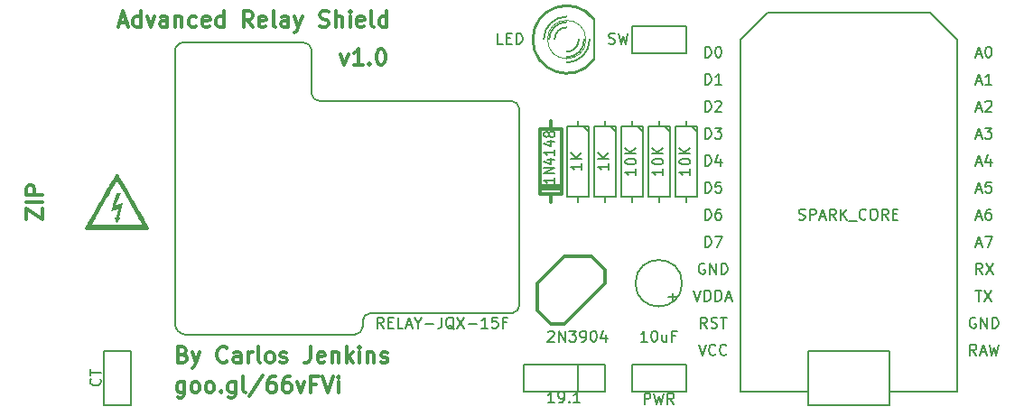
<source format=gto>
G04 (created by PCBNEW (2013-07-07 BZR 4022)-stable) date Tue 03 Sep 2013 18:57:52 CST*
%MOIN*%
G04 Gerber Fmt 3.4, Leading zero omitted, Abs format*
%FSLAX34Y34*%
G01*
G70*
G90*
G04 APERTURE LIST*
%ADD10C,0.006*%
%ADD11C,0.011811*%
%ADD12C,0.012*%
%ADD13C,0.008*%
%ADD14C,0.0001*%
%ADD15C,0.003*%
%ADD16C,0.01*%
%ADD17C,0.0075*%
G04 APERTURE END LIST*
G54D10*
G54D11*
X42830Y-42129D02*
X42914Y-42157D01*
X42942Y-42185D01*
X42970Y-42242D01*
X42970Y-42326D01*
X42942Y-42382D01*
X42914Y-42410D01*
X42858Y-42439D01*
X42633Y-42439D01*
X42633Y-41848D01*
X42830Y-41848D01*
X42886Y-41876D01*
X42914Y-41904D01*
X42942Y-41960D01*
X42942Y-42017D01*
X42914Y-42073D01*
X42886Y-42101D01*
X42830Y-42129D01*
X42633Y-42129D01*
X43167Y-42045D02*
X43308Y-42439D01*
X43448Y-42045D02*
X43308Y-42439D01*
X43251Y-42579D01*
X43223Y-42607D01*
X43167Y-42635D01*
X44461Y-42382D02*
X44433Y-42410D01*
X44348Y-42439D01*
X44292Y-42439D01*
X44208Y-42410D01*
X44151Y-42354D01*
X44123Y-42298D01*
X44095Y-42185D01*
X44095Y-42101D01*
X44123Y-41989D01*
X44151Y-41932D01*
X44208Y-41876D01*
X44292Y-41848D01*
X44348Y-41848D01*
X44433Y-41876D01*
X44461Y-41904D01*
X44967Y-42439D02*
X44967Y-42129D01*
X44939Y-42073D01*
X44883Y-42045D01*
X44770Y-42045D01*
X44714Y-42073D01*
X44967Y-42410D02*
X44911Y-42439D01*
X44770Y-42439D01*
X44714Y-42410D01*
X44686Y-42354D01*
X44686Y-42298D01*
X44714Y-42242D01*
X44770Y-42214D01*
X44911Y-42214D01*
X44967Y-42185D01*
X45248Y-42439D02*
X45248Y-42045D01*
X45248Y-42157D02*
X45276Y-42101D01*
X45304Y-42073D01*
X45361Y-42045D01*
X45417Y-42045D01*
X45698Y-42439D02*
X45642Y-42410D01*
X45614Y-42354D01*
X45614Y-41848D01*
X46007Y-42439D02*
X45951Y-42410D01*
X45923Y-42382D01*
X45895Y-42326D01*
X45895Y-42157D01*
X45923Y-42101D01*
X45951Y-42073D01*
X46007Y-42045D01*
X46092Y-42045D01*
X46148Y-42073D01*
X46176Y-42101D01*
X46204Y-42157D01*
X46204Y-42326D01*
X46176Y-42382D01*
X46148Y-42410D01*
X46092Y-42439D01*
X46007Y-42439D01*
X46429Y-42410D02*
X46485Y-42439D01*
X46598Y-42439D01*
X46654Y-42410D01*
X46682Y-42354D01*
X46682Y-42326D01*
X46654Y-42270D01*
X46598Y-42242D01*
X46514Y-42242D01*
X46457Y-42214D01*
X46429Y-42157D01*
X46429Y-42129D01*
X46457Y-42073D01*
X46514Y-42045D01*
X46598Y-42045D01*
X46654Y-42073D01*
X47554Y-41848D02*
X47554Y-42270D01*
X47526Y-42354D01*
X47470Y-42410D01*
X47385Y-42439D01*
X47329Y-42439D01*
X48060Y-42410D02*
X48004Y-42439D01*
X47892Y-42439D01*
X47835Y-42410D01*
X47807Y-42354D01*
X47807Y-42129D01*
X47835Y-42073D01*
X47892Y-42045D01*
X48004Y-42045D01*
X48060Y-42073D01*
X48088Y-42129D01*
X48088Y-42185D01*
X47807Y-42242D01*
X48341Y-42045D02*
X48341Y-42439D01*
X48341Y-42101D02*
X48370Y-42073D01*
X48426Y-42045D01*
X48510Y-42045D01*
X48566Y-42073D01*
X48595Y-42129D01*
X48595Y-42439D01*
X48876Y-42439D02*
X48876Y-41848D01*
X48932Y-42214D02*
X49101Y-42439D01*
X49101Y-42045D02*
X48876Y-42270D01*
X49354Y-42439D02*
X49354Y-42045D01*
X49354Y-41848D02*
X49326Y-41876D01*
X49354Y-41904D01*
X49382Y-41876D01*
X49354Y-41848D01*
X49354Y-41904D01*
X49635Y-42045D02*
X49635Y-42439D01*
X49635Y-42101D02*
X49663Y-42073D01*
X49719Y-42045D01*
X49804Y-42045D01*
X49860Y-42073D01*
X49888Y-42129D01*
X49888Y-42439D01*
X50141Y-42410D02*
X50197Y-42439D01*
X50310Y-42439D01*
X50366Y-42410D01*
X50394Y-42354D01*
X50394Y-42326D01*
X50366Y-42270D01*
X50310Y-42242D01*
X50226Y-42242D01*
X50169Y-42214D01*
X50141Y-42157D01*
X50141Y-42129D01*
X50169Y-42073D01*
X50226Y-42045D01*
X50310Y-42045D01*
X50366Y-42073D01*
X42886Y-43145D02*
X42886Y-43623D01*
X42858Y-43679D01*
X42830Y-43707D01*
X42773Y-43735D01*
X42689Y-43735D01*
X42633Y-43707D01*
X42886Y-43510D02*
X42830Y-43539D01*
X42717Y-43539D01*
X42661Y-43510D01*
X42633Y-43482D01*
X42605Y-43426D01*
X42605Y-43257D01*
X42633Y-43201D01*
X42661Y-43173D01*
X42717Y-43145D01*
X42830Y-43145D01*
X42886Y-43173D01*
X43251Y-43539D02*
X43195Y-43510D01*
X43167Y-43482D01*
X43139Y-43426D01*
X43139Y-43257D01*
X43167Y-43201D01*
X43195Y-43173D01*
X43251Y-43145D01*
X43336Y-43145D01*
X43392Y-43173D01*
X43420Y-43201D01*
X43448Y-43257D01*
X43448Y-43426D01*
X43420Y-43482D01*
X43392Y-43510D01*
X43336Y-43539D01*
X43251Y-43539D01*
X43786Y-43539D02*
X43729Y-43510D01*
X43701Y-43482D01*
X43673Y-43426D01*
X43673Y-43257D01*
X43701Y-43201D01*
X43729Y-43173D01*
X43786Y-43145D01*
X43870Y-43145D01*
X43926Y-43173D01*
X43954Y-43201D01*
X43983Y-43257D01*
X43983Y-43426D01*
X43954Y-43482D01*
X43926Y-43510D01*
X43870Y-43539D01*
X43786Y-43539D01*
X44236Y-43482D02*
X44264Y-43510D01*
X44236Y-43539D01*
X44207Y-43510D01*
X44236Y-43482D01*
X44236Y-43539D01*
X44770Y-43145D02*
X44770Y-43623D01*
X44742Y-43679D01*
X44714Y-43707D01*
X44657Y-43735D01*
X44573Y-43735D01*
X44517Y-43707D01*
X44770Y-43510D02*
X44714Y-43539D01*
X44601Y-43539D01*
X44545Y-43510D01*
X44517Y-43482D01*
X44489Y-43426D01*
X44489Y-43257D01*
X44517Y-43201D01*
X44545Y-43173D01*
X44601Y-43145D01*
X44714Y-43145D01*
X44770Y-43173D01*
X45135Y-43539D02*
X45079Y-43510D01*
X45051Y-43454D01*
X45051Y-42948D01*
X45782Y-42920D02*
X45276Y-43679D01*
X46232Y-42948D02*
X46120Y-42948D01*
X46064Y-42976D01*
X46035Y-43004D01*
X45979Y-43089D01*
X45951Y-43201D01*
X45951Y-43426D01*
X45979Y-43482D01*
X46007Y-43510D01*
X46064Y-43539D01*
X46176Y-43539D01*
X46232Y-43510D01*
X46260Y-43482D01*
X46288Y-43426D01*
X46288Y-43285D01*
X46260Y-43229D01*
X46232Y-43201D01*
X46176Y-43173D01*
X46064Y-43173D01*
X46007Y-43201D01*
X45979Y-43229D01*
X45951Y-43285D01*
X46795Y-42948D02*
X46682Y-42948D01*
X46626Y-42976D01*
X46598Y-43004D01*
X46542Y-43089D01*
X46513Y-43201D01*
X46513Y-43426D01*
X46542Y-43482D01*
X46570Y-43510D01*
X46626Y-43539D01*
X46738Y-43539D01*
X46795Y-43510D01*
X46823Y-43482D01*
X46851Y-43426D01*
X46851Y-43285D01*
X46823Y-43229D01*
X46795Y-43201D01*
X46738Y-43173D01*
X46626Y-43173D01*
X46570Y-43201D01*
X46542Y-43229D01*
X46513Y-43285D01*
X47048Y-43145D02*
X47188Y-43539D01*
X47329Y-43145D01*
X47751Y-43229D02*
X47554Y-43229D01*
X47554Y-43539D02*
X47554Y-42948D01*
X47835Y-42948D01*
X47976Y-42948D02*
X48173Y-43539D01*
X48369Y-42948D01*
X48566Y-43539D02*
X48566Y-43145D01*
X48566Y-42948D02*
X48538Y-42976D01*
X48566Y-43004D01*
X48594Y-42976D01*
X48566Y-42948D01*
X48566Y-43004D01*
X48656Y-31045D02*
X48796Y-31439D01*
X48937Y-31045D01*
X49471Y-31439D02*
X49134Y-31439D01*
X49303Y-31439D02*
X49303Y-30848D01*
X49246Y-30932D01*
X49190Y-30989D01*
X49134Y-31017D01*
X49724Y-31382D02*
X49753Y-31410D01*
X49724Y-31439D01*
X49696Y-31410D01*
X49724Y-31382D01*
X49724Y-31439D01*
X50118Y-30848D02*
X50174Y-30848D01*
X50231Y-30876D01*
X50259Y-30904D01*
X50287Y-30960D01*
X50315Y-31073D01*
X50315Y-31214D01*
X50287Y-31326D01*
X50259Y-31382D01*
X50231Y-31410D01*
X50174Y-31439D01*
X50118Y-31439D01*
X50062Y-31410D01*
X50034Y-31382D01*
X50006Y-31326D01*
X49978Y-31214D01*
X49978Y-31073D01*
X50006Y-30960D01*
X50034Y-30904D01*
X50062Y-30876D01*
X50118Y-30848D01*
X40488Y-29870D02*
X40769Y-29870D01*
X40432Y-30039D02*
X40629Y-29448D01*
X40826Y-30039D01*
X41276Y-30039D02*
X41276Y-29448D01*
X41276Y-30010D02*
X41219Y-30039D01*
X41107Y-30039D01*
X41051Y-30010D01*
X41023Y-29982D01*
X40994Y-29926D01*
X40994Y-29757D01*
X41023Y-29701D01*
X41051Y-29673D01*
X41107Y-29645D01*
X41219Y-29645D01*
X41276Y-29673D01*
X41501Y-29645D02*
X41641Y-30039D01*
X41782Y-29645D01*
X42260Y-30039D02*
X42260Y-29729D01*
X42232Y-29673D01*
X42176Y-29645D01*
X42063Y-29645D01*
X42007Y-29673D01*
X42260Y-30010D02*
X42204Y-30039D01*
X42063Y-30039D01*
X42007Y-30010D01*
X41979Y-29954D01*
X41979Y-29898D01*
X42007Y-29842D01*
X42063Y-29814D01*
X42204Y-29814D01*
X42260Y-29785D01*
X42541Y-29645D02*
X42541Y-30039D01*
X42541Y-29701D02*
X42569Y-29673D01*
X42625Y-29645D01*
X42710Y-29645D01*
X42766Y-29673D01*
X42794Y-29729D01*
X42794Y-30039D01*
X43329Y-30010D02*
X43272Y-30039D01*
X43160Y-30039D01*
X43104Y-30010D01*
X43075Y-29982D01*
X43047Y-29926D01*
X43047Y-29757D01*
X43075Y-29701D01*
X43104Y-29673D01*
X43160Y-29645D01*
X43272Y-29645D01*
X43329Y-29673D01*
X43807Y-30010D02*
X43750Y-30039D01*
X43638Y-30039D01*
X43582Y-30010D01*
X43553Y-29954D01*
X43553Y-29729D01*
X43582Y-29673D01*
X43638Y-29645D01*
X43750Y-29645D01*
X43807Y-29673D01*
X43835Y-29729D01*
X43835Y-29785D01*
X43553Y-29842D01*
X44341Y-30039D02*
X44341Y-29448D01*
X44341Y-30010D02*
X44285Y-30039D01*
X44172Y-30039D01*
X44116Y-30010D01*
X44088Y-29982D01*
X44060Y-29926D01*
X44060Y-29757D01*
X44088Y-29701D01*
X44116Y-29673D01*
X44172Y-29645D01*
X44285Y-29645D01*
X44341Y-29673D01*
X45410Y-30039D02*
X45213Y-29757D01*
X45072Y-30039D02*
X45072Y-29448D01*
X45297Y-29448D01*
X45353Y-29476D01*
X45381Y-29504D01*
X45410Y-29560D01*
X45410Y-29645D01*
X45381Y-29701D01*
X45353Y-29729D01*
X45297Y-29757D01*
X45072Y-29757D01*
X45888Y-30010D02*
X45831Y-30039D01*
X45719Y-30039D01*
X45663Y-30010D01*
X45634Y-29954D01*
X45634Y-29729D01*
X45663Y-29673D01*
X45719Y-29645D01*
X45831Y-29645D01*
X45888Y-29673D01*
X45916Y-29729D01*
X45916Y-29785D01*
X45634Y-29842D01*
X46253Y-30039D02*
X46197Y-30010D01*
X46169Y-29954D01*
X46169Y-29448D01*
X46731Y-30039D02*
X46731Y-29729D01*
X46703Y-29673D01*
X46647Y-29645D01*
X46534Y-29645D01*
X46478Y-29673D01*
X46731Y-30010D02*
X46675Y-30039D01*
X46534Y-30039D01*
X46478Y-30010D01*
X46450Y-29954D01*
X46450Y-29898D01*
X46478Y-29842D01*
X46534Y-29814D01*
X46675Y-29814D01*
X46731Y-29785D01*
X46956Y-29645D02*
X47097Y-30039D01*
X47237Y-29645D02*
X47097Y-30039D01*
X47041Y-30179D01*
X47012Y-30207D01*
X46956Y-30235D01*
X47884Y-30010D02*
X47969Y-30039D01*
X48109Y-30039D01*
X48165Y-30010D01*
X48194Y-29982D01*
X48222Y-29926D01*
X48222Y-29870D01*
X48194Y-29814D01*
X48165Y-29785D01*
X48109Y-29757D01*
X47997Y-29729D01*
X47940Y-29701D01*
X47912Y-29673D01*
X47884Y-29617D01*
X47884Y-29560D01*
X47912Y-29504D01*
X47940Y-29476D01*
X47997Y-29448D01*
X48137Y-29448D01*
X48222Y-29476D01*
X48475Y-30039D02*
X48475Y-29448D01*
X48728Y-30039D02*
X48728Y-29729D01*
X48700Y-29673D01*
X48643Y-29645D01*
X48559Y-29645D01*
X48503Y-29673D01*
X48475Y-29701D01*
X49009Y-30039D02*
X49009Y-29645D01*
X49009Y-29448D02*
X48981Y-29476D01*
X49009Y-29504D01*
X49037Y-29476D01*
X49009Y-29448D01*
X49009Y-29504D01*
X49515Y-30010D02*
X49459Y-30039D01*
X49347Y-30039D01*
X49290Y-30010D01*
X49262Y-29954D01*
X49262Y-29729D01*
X49290Y-29673D01*
X49347Y-29645D01*
X49459Y-29645D01*
X49515Y-29673D01*
X49543Y-29729D01*
X49543Y-29785D01*
X49262Y-29842D01*
X49881Y-30039D02*
X49825Y-30010D01*
X49796Y-29954D01*
X49796Y-29448D01*
X50359Y-30039D02*
X50359Y-29448D01*
X50359Y-30010D02*
X50303Y-30039D01*
X50190Y-30039D01*
X50134Y-30010D01*
X50106Y-29982D01*
X50078Y-29926D01*
X50078Y-29757D01*
X50106Y-29701D01*
X50134Y-29673D01*
X50190Y-29645D01*
X50303Y-29645D01*
X50359Y-29673D01*
G54D12*
X37042Y-37142D02*
X37042Y-36742D01*
X37642Y-37142D01*
X37642Y-36742D01*
X37642Y-36514D02*
X37042Y-36514D01*
X37642Y-36228D02*
X37042Y-36228D01*
X37042Y-35999D01*
X37071Y-35942D01*
X37100Y-35914D01*
X37157Y-35885D01*
X37242Y-35885D01*
X37300Y-35914D01*
X37328Y-35942D01*
X37357Y-35999D01*
X37357Y-36228D01*
G54D13*
X68900Y-43500D02*
X71400Y-43500D01*
X63400Y-43500D02*
X65900Y-43500D01*
X68900Y-42000D02*
X65900Y-42000D01*
X65900Y-42000D02*
X65900Y-44000D01*
X65900Y-44000D02*
X68900Y-44000D01*
X68900Y-44000D02*
X68900Y-42000D01*
X71400Y-30500D02*
X70400Y-29500D01*
X70400Y-29500D02*
X64400Y-29500D01*
X64400Y-29500D02*
X63400Y-30500D01*
X71400Y-43500D02*
X71400Y-30500D01*
X63400Y-43500D02*
X63400Y-30500D01*
G54D14*
G36*
X41581Y-37468D02*
X41575Y-37491D01*
X41572Y-37498D01*
X41562Y-37511D01*
X41550Y-37522D01*
X41541Y-37526D01*
X41540Y-37527D01*
X41537Y-37527D01*
X41534Y-37528D01*
X41529Y-37528D01*
X41522Y-37529D01*
X41514Y-37529D01*
X41504Y-37529D01*
X41491Y-37530D01*
X41476Y-37530D01*
X41458Y-37530D01*
X41437Y-37531D01*
X41413Y-37531D01*
X41385Y-37531D01*
X41354Y-37531D01*
X41339Y-37531D01*
X41339Y-37349D01*
X41334Y-37340D01*
X41331Y-37334D01*
X41324Y-37321D01*
X41314Y-37303D01*
X41301Y-37281D01*
X41285Y-37253D01*
X41267Y-37221D01*
X41246Y-37184D01*
X41223Y-37144D01*
X41198Y-37100D01*
X41172Y-37053D01*
X41143Y-37003D01*
X41113Y-36951D01*
X41082Y-36896D01*
X41050Y-36839D01*
X41017Y-36780D01*
X40983Y-36720D01*
X40948Y-36660D01*
X40913Y-36598D01*
X40878Y-36536D01*
X40842Y-36475D01*
X40807Y-36413D01*
X40772Y-36352D01*
X40738Y-36291D01*
X40704Y-36232D01*
X40671Y-36174D01*
X40639Y-36118D01*
X40609Y-36064D01*
X40579Y-36013D01*
X40552Y-35964D01*
X40526Y-35919D01*
X40502Y-35876D01*
X40480Y-35838D01*
X40460Y-35803D01*
X40443Y-35773D01*
X40428Y-35748D01*
X40416Y-35727D01*
X40407Y-35712D01*
X40402Y-35702D01*
X40400Y-35698D01*
X40399Y-35701D01*
X40393Y-35710D01*
X40385Y-35725D01*
X40374Y-35745D01*
X40359Y-35770D01*
X40342Y-35799D01*
X40323Y-35833D01*
X40301Y-35871D01*
X40277Y-35913D01*
X40251Y-35959D01*
X40224Y-36007D01*
X40195Y-36058D01*
X40164Y-36111D01*
X40132Y-36167D01*
X40099Y-36225D01*
X40066Y-36284D01*
X40031Y-36344D01*
X39996Y-36406D01*
X39961Y-36468D01*
X39926Y-36529D01*
X39890Y-36591D01*
X39855Y-36653D01*
X39820Y-36714D01*
X39786Y-36774D01*
X39753Y-36833D01*
X39720Y-36890D01*
X39689Y-36945D01*
X39659Y-36998D01*
X39630Y-37049D01*
X39603Y-37096D01*
X39578Y-37141D01*
X39554Y-37182D01*
X39533Y-37219D01*
X39515Y-37252D01*
X39499Y-37280D01*
X39485Y-37304D01*
X39475Y-37323D01*
X39467Y-37336D01*
X39463Y-37344D01*
X39462Y-37345D01*
X39465Y-37346D01*
X39476Y-37346D01*
X39493Y-37346D01*
X39517Y-37346D01*
X39547Y-37347D01*
X39584Y-37347D01*
X39627Y-37347D01*
X39675Y-37348D01*
X39729Y-37348D01*
X39789Y-37348D01*
X39854Y-37348D01*
X39924Y-37348D01*
X39999Y-37348D01*
X40078Y-37348D01*
X40162Y-37349D01*
X40251Y-37349D01*
X40343Y-37349D01*
X40400Y-37349D01*
X41339Y-37349D01*
X41339Y-37531D01*
X41319Y-37531D01*
X41280Y-37531D01*
X41236Y-37532D01*
X41187Y-37532D01*
X41134Y-37532D01*
X41076Y-37532D01*
X41012Y-37532D01*
X40943Y-37532D01*
X40868Y-37532D01*
X40787Y-37532D01*
X40699Y-37532D01*
X40606Y-37532D01*
X40505Y-37532D01*
X40400Y-37532D01*
X40292Y-37532D01*
X40192Y-37532D01*
X40098Y-37532D01*
X40010Y-37532D01*
X39929Y-37532D01*
X39854Y-37532D01*
X39785Y-37532D01*
X39721Y-37532D01*
X39663Y-37531D01*
X39609Y-37531D01*
X39561Y-37531D01*
X39517Y-37531D01*
X39478Y-37531D01*
X39443Y-37531D01*
X39411Y-37531D01*
X39384Y-37531D01*
X39360Y-37530D01*
X39339Y-37530D01*
X39321Y-37530D01*
X39306Y-37529D01*
X39294Y-37529D01*
X39283Y-37529D01*
X39275Y-37528D01*
X39269Y-37528D01*
X39264Y-37527D01*
X39261Y-37527D01*
X39259Y-37526D01*
X39258Y-37526D01*
X39240Y-37513D01*
X39227Y-37495D01*
X39220Y-37475D01*
X39219Y-37453D01*
X39221Y-37447D01*
X39223Y-37442D01*
X39228Y-37432D01*
X39237Y-37416D01*
X39249Y-37395D01*
X39263Y-37369D01*
X39281Y-37338D01*
X39301Y-37302D01*
X39324Y-37263D01*
X39349Y-37219D01*
X39376Y-37172D01*
X39405Y-37121D01*
X39435Y-37067D01*
X39468Y-37011D01*
X39501Y-36952D01*
X39536Y-36891D01*
X39572Y-36829D01*
X39609Y-36764D01*
X39647Y-36699D01*
X39686Y-36632D01*
X39724Y-36565D01*
X39763Y-36498D01*
X39802Y-36430D01*
X39841Y-36362D01*
X39880Y-36295D01*
X39919Y-36228D01*
X39957Y-36163D01*
X39994Y-36099D01*
X40030Y-36036D01*
X40065Y-35975D01*
X40099Y-35917D01*
X40131Y-35861D01*
X40162Y-35808D01*
X40191Y-35757D01*
X40218Y-35711D01*
X40243Y-35668D01*
X40266Y-35628D01*
X40287Y-35593D01*
X40305Y-35563D01*
X40320Y-35537D01*
X40332Y-35517D01*
X40341Y-35502D01*
X40347Y-35492D01*
X40349Y-35489D01*
X40366Y-35476D01*
X40386Y-35469D01*
X40400Y-35468D01*
X40422Y-35471D01*
X40441Y-35480D01*
X40451Y-35489D01*
X40454Y-35493D01*
X40460Y-35503D01*
X40469Y-35519D01*
X40482Y-35540D01*
X40497Y-35566D01*
X40516Y-35597D01*
X40536Y-35633D01*
X40559Y-35673D01*
X40585Y-35716D01*
X40612Y-35763D01*
X40641Y-35814D01*
X40673Y-35867D01*
X40705Y-35924D01*
X40739Y-35983D01*
X40774Y-36043D01*
X40811Y-36106D01*
X40848Y-36171D01*
X40886Y-36236D01*
X40924Y-36303D01*
X40963Y-36370D01*
X41002Y-36438D01*
X41041Y-36505D01*
X41080Y-36573D01*
X41119Y-36640D01*
X41157Y-36707D01*
X41195Y-36772D01*
X41232Y-36836D01*
X41268Y-36899D01*
X41303Y-36960D01*
X41336Y-37018D01*
X41368Y-37074D01*
X41399Y-37127D01*
X41428Y-37178D01*
X41454Y-37224D01*
X41479Y-37267D01*
X41501Y-37307D01*
X41521Y-37342D01*
X41538Y-37372D01*
X41553Y-37398D01*
X41564Y-37418D01*
X41573Y-37434D01*
X41578Y-37443D01*
X41579Y-37447D01*
X41581Y-37468D01*
X41581Y-37468D01*
X41581Y-37468D01*
G37*
G36*
X40618Y-36529D02*
X40617Y-36534D01*
X40615Y-36544D01*
X40611Y-36560D01*
X40605Y-36582D01*
X40598Y-36608D01*
X40590Y-36639D01*
X40581Y-36673D01*
X40571Y-36711D01*
X40561Y-36751D01*
X40549Y-36793D01*
X40547Y-36800D01*
X40476Y-37066D01*
X40502Y-37067D01*
X40515Y-37068D01*
X40525Y-37070D01*
X40529Y-37071D01*
X40529Y-37072D01*
X40527Y-37075D01*
X40522Y-37084D01*
X40513Y-37097D01*
X40503Y-37113D01*
X40490Y-37132D01*
X40477Y-37153D01*
X40462Y-37175D01*
X40448Y-37197D01*
X40434Y-37218D01*
X40421Y-37238D01*
X40409Y-37255D01*
X40400Y-37270D01*
X40393Y-37280D01*
X40390Y-37285D01*
X40389Y-37285D01*
X40386Y-37285D01*
X40383Y-37279D01*
X40382Y-37278D01*
X40379Y-37269D01*
X40374Y-37256D01*
X40368Y-37238D01*
X40361Y-37218D01*
X40353Y-37195D01*
X40345Y-37172D01*
X40337Y-37149D01*
X40330Y-37127D01*
X40323Y-37106D01*
X40317Y-37089D01*
X40313Y-37077D01*
X40311Y-37069D01*
X40311Y-37068D01*
X40314Y-37066D01*
X40323Y-37065D01*
X40335Y-37064D01*
X40339Y-37064D01*
X40367Y-37064D01*
X40410Y-36909D01*
X40419Y-36876D01*
X40428Y-36846D01*
X40436Y-36819D01*
X40443Y-36794D01*
X40448Y-36775D01*
X40453Y-36760D01*
X40455Y-36750D01*
X40456Y-36747D01*
X40454Y-36746D01*
X40448Y-36748D01*
X40437Y-36751D01*
X40421Y-36757D01*
X40400Y-36766D01*
X40372Y-36777D01*
X40338Y-36790D01*
X40323Y-36797D01*
X40293Y-36809D01*
X40265Y-36820D01*
X40241Y-36830D01*
X40219Y-36838D01*
X40202Y-36844D01*
X40190Y-36849D01*
X40184Y-36851D01*
X40183Y-36851D01*
X40183Y-36848D01*
X40185Y-36838D01*
X40189Y-36821D01*
X40195Y-36800D01*
X40202Y-36773D01*
X40211Y-36741D01*
X40221Y-36704D01*
X40232Y-36664D01*
X40244Y-36620D01*
X40257Y-36573D01*
X40271Y-36523D01*
X40273Y-36518D01*
X40366Y-36186D01*
X40451Y-36185D01*
X40536Y-36184D01*
X40525Y-36208D01*
X40522Y-36216D01*
X40516Y-36229D01*
X40508Y-36248D01*
X40498Y-36272D01*
X40486Y-36299D01*
X40472Y-36330D01*
X40458Y-36363D01*
X40442Y-36399D01*
X40427Y-36434D01*
X40411Y-36470D01*
X40398Y-36503D01*
X40384Y-36534D01*
X40372Y-36562D01*
X40362Y-36586D01*
X40353Y-36606D01*
X40347Y-36622D01*
X40343Y-36632D01*
X40341Y-36636D01*
X40345Y-36635D01*
X40354Y-36631D01*
X40369Y-36625D01*
X40388Y-36618D01*
X40410Y-36609D01*
X40436Y-36598D01*
X40465Y-36587D01*
X40479Y-36581D01*
X40514Y-36567D01*
X40544Y-36555D01*
X40570Y-36545D01*
X40591Y-36537D01*
X40606Y-36532D01*
X40615Y-36530D01*
X40618Y-36529D01*
X40618Y-36529D01*
X40618Y-36529D01*
G37*
G54D13*
X42542Y-41000D02*
X42542Y-31000D01*
X42900Y-30607D02*
X47286Y-30607D01*
X49175Y-41393D02*
X42900Y-41393D01*
X49470Y-41118D02*
X49470Y-40881D01*
X47582Y-32497D02*
X47582Y-30882D01*
X49766Y-40606D02*
X55002Y-40606D01*
X47877Y-32772D02*
X54962Y-32772D01*
X55258Y-40330D02*
X55258Y-33048D01*
X42542Y-40999D02*
G75*
G03X42899Y-41392I400J4D01*
G74*
G01*
X42900Y-30606D02*
G75*
G03X42541Y-30999I-31J-331D01*
G74*
G01*
X49174Y-41392D02*
G75*
G03X49470Y-41117I13J281D01*
G74*
G01*
X49766Y-40605D02*
G75*
G03X49470Y-40880I6J-304D01*
G74*
G01*
X55002Y-40605D02*
G75*
G03X55258Y-40329I-56J308D01*
G74*
G01*
X55257Y-33046D02*
G75*
G03X54961Y-32771I-302J-29D01*
G74*
G01*
X47581Y-32497D02*
G75*
G03X47877Y-32772I302J29D01*
G74*
G01*
X47581Y-30881D02*
G75*
G03X47285Y-30606I-302J-29D01*
G74*
G01*
G54D10*
X58400Y-42500D02*
X58400Y-43500D01*
X58400Y-43500D02*
X55400Y-43500D01*
X55400Y-43500D02*
X55400Y-42500D01*
X55400Y-42500D02*
X58400Y-42500D01*
X57400Y-43500D02*
X57400Y-42500D01*
G54D13*
X61260Y-39500D02*
G75*
G03X61260Y-39500I-860J0D01*
G74*
G01*
G54D10*
X59400Y-31000D02*
X59400Y-30000D01*
X59400Y-30000D02*
X61400Y-30000D01*
X61400Y-30000D02*
X61400Y-31000D01*
X61400Y-31000D02*
X59400Y-31000D01*
G54D12*
X56400Y-36500D02*
X56400Y-36200D01*
X56400Y-36200D02*
X56800Y-36200D01*
X56800Y-36200D02*
X56800Y-33800D01*
X56800Y-33800D02*
X56400Y-33800D01*
X56400Y-33800D02*
X56400Y-33500D01*
X56400Y-33800D02*
X56000Y-33800D01*
X56000Y-33800D02*
X56000Y-36200D01*
X56000Y-36200D02*
X56400Y-36200D01*
X56800Y-36000D02*
X56000Y-36000D01*
X56000Y-35900D02*
X56800Y-35900D01*
X56900Y-41000D02*
X58400Y-39500D01*
X58400Y-39500D02*
X58400Y-39000D01*
X58400Y-39000D02*
X57900Y-38500D01*
X57900Y-38500D02*
X56900Y-38500D01*
X56900Y-38500D02*
X55900Y-39500D01*
X55900Y-39500D02*
X55900Y-40500D01*
X55900Y-40500D02*
X56400Y-41000D01*
X56400Y-41000D02*
X56900Y-41000D01*
G54D13*
X58020Y-31250D02*
X58020Y-29750D01*
G54D15*
X57707Y-30500D02*
G75*
G03X57707Y-30500I-707J0D01*
G74*
G01*
G54D16*
X57999Y-29749D02*
G75*
G03X57999Y-31250I-999J-750D01*
G74*
G01*
G54D10*
X57000Y-30050D02*
G75*
G03X56550Y-30500I0J-450D01*
G74*
G01*
X57000Y-30950D02*
G75*
G03X57450Y-30500I0J450D01*
G74*
G01*
X57000Y-29850D02*
G75*
G03X56350Y-30500I0J-650D01*
G74*
G01*
X57000Y-31150D02*
G75*
G03X57650Y-30500I0J650D01*
G74*
G01*
X57000Y-29650D02*
G75*
G03X56150Y-30500I0J-850D01*
G74*
G01*
X57000Y-31350D02*
G75*
G03X57850Y-30500I0J850D01*
G74*
G01*
X40900Y-44000D02*
X39900Y-44000D01*
X39900Y-44000D02*
X39900Y-42000D01*
X39900Y-42000D02*
X40900Y-42000D01*
X40900Y-42000D02*
X40900Y-44000D01*
X59400Y-43500D02*
X59400Y-42500D01*
X59400Y-42500D02*
X61400Y-42500D01*
X61400Y-42500D02*
X61400Y-43500D01*
X61400Y-43500D02*
X59400Y-43500D01*
G54D13*
X60400Y-33500D02*
X60400Y-33700D01*
X60400Y-36500D02*
X60400Y-36300D01*
X60400Y-36300D02*
X60800Y-36300D01*
X60800Y-36300D02*
X60800Y-33700D01*
X60800Y-33700D02*
X60000Y-33700D01*
X60000Y-33700D02*
X60000Y-36300D01*
X60000Y-36300D02*
X60400Y-36300D01*
X60600Y-33700D02*
X60800Y-33900D01*
X61400Y-33500D02*
X61400Y-33700D01*
X61400Y-36500D02*
X61400Y-36300D01*
X61400Y-36300D02*
X61800Y-36300D01*
X61800Y-36300D02*
X61800Y-33700D01*
X61800Y-33700D02*
X61000Y-33700D01*
X61000Y-33700D02*
X61000Y-36300D01*
X61000Y-36300D02*
X61400Y-36300D01*
X61600Y-33700D02*
X61800Y-33900D01*
X59400Y-33500D02*
X59400Y-33700D01*
X59400Y-36500D02*
X59400Y-36300D01*
X59400Y-36300D02*
X59800Y-36300D01*
X59800Y-36300D02*
X59800Y-33700D01*
X59800Y-33700D02*
X59000Y-33700D01*
X59000Y-33700D02*
X59000Y-36300D01*
X59000Y-36300D02*
X59400Y-36300D01*
X59600Y-33700D02*
X59800Y-33900D01*
X58400Y-33500D02*
X58400Y-33700D01*
X58400Y-36500D02*
X58400Y-36300D01*
X58400Y-36300D02*
X58800Y-36300D01*
X58800Y-36300D02*
X58800Y-33700D01*
X58800Y-33700D02*
X58000Y-33700D01*
X58000Y-33700D02*
X58000Y-36300D01*
X58000Y-36300D02*
X58400Y-36300D01*
X58600Y-33700D02*
X58800Y-33900D01*
X57400Y-33500D02*
X57400Y-33700D01*
X57400Y-36500D02*
X57400Y-36300D01*
X57400Y-36300D02*
X57800Y-36300D01*
X57800Y-36300D02*
X57800Y-33700D01*
X57800Y-33700D02*
X57000Y-33700D01*
X57000Y-33700D02*
X57000Y-36300D01*
X57000Y-36300D02*
X57400Y-36300D01*
X57600Y-33700D02*
X57800Y-33900D01*
X65571Y-37142D02*
X65628Y-37161D01*
X65723Y-37161D01*
X65761Y-37142D01*
X65780Y-37123D01*
X65800Y-37085D01*
X65800Y-37047D01*
X65780Y-37009D01*
X65761Y-36990D01*
X65723Y-36971D01*
X65647Y-36952D01*
X65609Y-36933D01*
X65590Y-36914D01*
X65571Y-36876D01*
X65571Y-36838D01*
X65590Y-36800D01*
X65609Y-36780D01*
X65647Y-36761D01*
X65742Y-36761D01*
X65800Y-36780D01*
X65971Y-37161D02*
X65971Y-36761D01*
X66123Y-36761D01*
X66161Y-36780D01*
X66180Y-36800D01*
X66200Y-36838D01*
X66200Y-36895D01*
X66180Y-36933D01*
X66161Y-36952D01*
X66123Y-36971D01*
X65971Y-36971D01*
X66352Y-37047D02*
X66542Y-37047D01*
X66314Y-37161D02*
X66447Y-36761D01*
X66580Y-37161D01*
X66942Y-37161D02*
X66809Y-36971D01*
X66714Y-37161D02*
X66714Y-36761D01*
X66866Y-36761D01*
X66904Y-36780D01*
X66923Y-36800D01*
X66942Y-36838D01*
X66942Y-36895D01*
X66923Y-36933D01*
X66904Y-36952D01*
X66866Y-36971D01*
X66714Y-36971D01*
X67114Y-37161D02*
X67114Y-36761D01*
X67342Y-37161D02*
X67171Y-36933D01*
X67342Y-36761D02*
X67114Y-36990D01*
X67419Y-37200D02*
X67723Y-37200D01*
X68047Y-37123D02*
X68028Y-37142D01*
X67971Y-37161D01*
X67933Y-37161D01*
X67876Y-37142D01*
X67838Y-37104D01*
X67819Y-37066D01*
X67800Y-36990D01*
X67800Y-36933D01*
X67819Y-36857D01*
X67838Y-36819D01*
X67876Y-36780D01*
X67933Y-36761D01*
X67971Y-36761D01*
X68028Y-36780D01*
X68047Y-36800D01*
X68295Y-36761D02*
X68371Y-36761D01*
X68409Y-36780D01*
X68447Y-36819D01*
X68466Y-36895D01*
X68466Y-37028D01*
X68447Y-37104D01*
X68409Y-37142D01*
X68371Y-37161D01*
X68295Y-37161D01*
X68257Y-37142D01*
X68219Y-37104D01*
X68200Y-37028D01*
X68200Y-36895D01*
X68219Y-36819D01*
X68257Y-36780D01*
X68295Y-36761D01*
X68866Y-37161D02*
X68733Y-36971D01*
X68638Y-37161D02*
X68638Y-36761D01*
X68790Y-36761D01*
X68828Y-36780D01*
X68847Y-36800D01*
X68866Y-36838D01*
X68866Y-36895D01*
X68847Y-36933D01*
X68828Y-36952D01*
X68790Y-36971D01*
X68638Y-36971D01*
X69038Y-36952D02*
X69171Y-36952D01*
X69228Y-37161D02*
X69038Y-37161D01*
X69038Y-36761D01*
X69228Y-36761D01*
X62104Y-31161D02*
X62104Y-30761D01*
X62200Y-30761D01*
X62257Y-30780D01*
X62295Y-30819D01*
X62314Y-30857D01*
X62333Y-30933D01*
X62333Y-30990D01*
X62314Y-31066D01*
X62295Y-31104D01*
X62257Y-31142D01*
X62200Y-31161D01*
X62104Y-31161D01*
X62580Y-30761D02*
X62619Y-30761D01*
X62657Y-30780D01*
X62676Y-30800D01*
X62695Y-30838D01*
X62714Y-30914D01*
X62714Y-31009D01*
X62695Y-31085D01*
X62676Y-31123D01*
X62657Y-31142D01*
X62619Y-31161D01*
X62580Y-31161D01*
X62542Y-31142D01*
X62523Y-31123D01*
X62504Y-31085D01*
X62485Y-31009D01*
X62485Y-30914D01*
X62504Y-30838D01*
X62523Y-30800D01*
X62542Y-30780D01*
X62580Y-30761D01*
X62104Y-32161D02*
X62104Y-31761D01*
X62200Y-31761D01*
X62257Y-31780D01*
X62295Y-31819D01*
X62314Y-31857D01*
X62333Y-31933D01*
X62333Y-31990D01*
X62314Y-32066D01*
X62295Y-32104D01*
X62257Y-32142D01*
X62200Y-32161D01*
X62104Y-32161D01*
X62714Y-32161D02*
X62485Y-32161D01*
X62600Y-32161D02*
X62600Y-31761D01*
X62561Y-31819D01*
X62523Y-31857D01*
X62485Y-31876D01*
X62104Y-33161D02*
X62104Y-32761D01*
X62200Y-32761D01*
X62257Y-32780D01*
X62295Y-32819D01*
X62314Y-32857D01*
X62333Y-32933D01*
X62333Y-32990D01*
X62314Y-33066D01*
X62295Y-33104D01*
X62257Y-33142D01*
X62200Y-33161D01*
X62104Y-33161D01*
X62485Y-32800D02*
X62504Y-32780D01*
X62542Y-32761D01*
X62638Y-32761D01*
X62676Y-32780D01*
X62695Y-32800D01*
X62714Y-32838D01*
X62714Y-32876D01*
X62695Y-32933D01*
X62466Y-33161D01*
X62714Y-33161D01*
X62104Y-34161D02*
X62104Y-33761D01*
X62200Y-33761D01*
X62257Y-33780D01*
X62295Y-33819D01*
X62314Y-33857D01*
X62333Y-33933D01*
X62333Y-33990D01*
X62314Y-34066D01*
X62295Y-34104D01*
X62257Y-34142D01*
X62200Y-34161D01*
X62104Y-34161D01*
X62466Y-33761D02*
X62714Y-33761D01*
X62580Y-33914D01*
X62638Y-33914D01*
X62676Y-33933D01*
X62695Y-33952D01*
X62714Y-33990D01*
X62714Y-34085D01*
X62695Y-34123D01*
X62676Y-34142D01*
X62638Y-34161D01*
X62523Y-34161D01*
X62485Y-34142D01*
X62466Y-34123D01*
X62104Y-35161D02*
X62104Y-34761D01*
X62200Y-34761D01*
X62257Y-34780D01*
X62295Y-34819D01*
X62314Y-34857D01*
X62333Y-34933D01*
X62333Y-34990D01*
X62314Y-35066D01*
X62295Y-35104D01*
X62257Y-35142D01*
X62200Y-35161D01*
X62104Y-35161D01*
X62676Y-34895D02*
X62676Y-35161D01*
X62580Y-34742D02*
X62485Y-35028D01*
X62733Y-35028D01*
X62104Y-36161D02*
X62104Y-35761D01*
X62200Y-35761D01*
X62257Y-35780D01*
X62295Y-35819D01*
X62314Y-35857D01*
X62333Y-35933D01*
X62333Y-35990D01*
X62314Y-36066D01*
X62295Y-36104D01*
X62257Y-36142D01*
X62200Y-36161D01*
X62104Y-36161D01*
X62695Y-35761D02*
X62504Y-35761D01*
X62485Y-35952D01*
X62504Y-35933D01*
X62542Y-35914D01*
X62638Y-35914D01*
X62676Y-35933D01*
X62695Y-35952D01*
X62714Y-35990D01*
X62714Y-36085D01*
X62695Y-36123D01*
X62676Y-36142D01*
X62638Y-36161D01*
X62542Y-36161D01*
X62504Y-36142D01*
X62485Y-36123D01*
X62104Y-37161D02*
X62104Y-36761D01*
X62200Y-36761D01*
X62257Y-36780D01*
X62295Y-36819D01*
X62314Y-36857D01*
X62333Y-36933D01*
X62333Y-36990D01*
X62314Y-37066D01*
X62295Y-37104D01*
X62257Y-37142D01*
X62200Y-37161D01*
X62104Y-37161D01*
X62676Y-36761D02*
X62600Y-36761D01*
X62561Y-36780D01*
X62542Y-36800D01*
X62504Y-36857D01*
X62485Y-36933D01*
X62485Y-37085D01*
X62504Y-37123D01*
X62523Y-37142D01*
X62561Y-37161D01*
X62638Y-37161D01*
X62676Y-37142D01*
X62695Y-37123D01*
X62714Y-37085D01*
X62714Y-36990D01*
X62695Y-36952D01*
X62676Y-36933D01*
X62638Y-36914D01*
X62561Y-36914D01*
X62523Y-36933D01*
X62504Y-36952D01*
X62485Y-36990D01*
X62104Y-38161D02*
X62104Y-37761D01*
X62200Y-37761D01*
X62257Y-37780D01*
X62295Y-37819D01*
X62314Y-37857D01*
X62333Y-37933D01*
X62333Y-37990D01*
X62314Y-38066D01*
X62295Y-38104D01*
X62257Y-38142D01*
X62200Y-38161D01*
X62104Y-38161D01*
X62466Y-37761D02*
X62733Y-37761D01*
X62561Y-38161D01*
X62095Y-38780D02*
X62057Y-38761D01*
X62000Y-38761D01*
X61942Y-38780D01*
X61904Y-38819D01*
X61885Y-38857D01*
X61866Y-38933D01*
X61866Y-38990D01*
X61885Y-39066D01*
X61904Y-39104D01*
X61942Y-39142D01*
X62000Y-39161D01*
X62038Y-39161D01*
X62095Y-39142D01*
X62114Y-39123D01*
X62114Y-38990D01*
X62038Y-38990D01*
X62285Y-39161D02*
X62285Y-38761D01*
X62514Y-39161D01*
X62514Y-38761D01*
X62704Y-39161D02*
X62704Y-38761D01*
X62800Y-38761D01*
X62857Y-38780D01*
X62895Y-38819D01*
X62914Y-38857D01*
X62933Y-38933D01*
X62933Y-38990D01*
X62914Y-39066D01*
X62895Y-39104D01*
X62857Y-39142D01*
X62800Y-39161D01*
X62704Y-39161D01*
X61695Y-39761D02*
X61828Y-40161D01*
X61961Y-39761D01*
X62095Y-40161D02*
X62095Y-39761D01*
X62190Y-39761D01*
X62247Y-39780D01*
X62285Y-39819D01*
X62304Y-39857D01*
X62323Y-39933D01*
X62323Y-39990D01*
X62304Y-40066D01*
X62285Y-40104D01*
X62247Y-40142D01*
X62190Y-40161D01*
X62095Y-40161D01*
X62495Y-40161D02*
X62495Y-39761D01*
X62590Y-39761D01*
X62647Y-39780D01*
X62685Y-39819D01*
X62704Y-39857D01*
X62723Y-39933D01*
X62723Y-39990D01*
X62704Y-40066D01*
X62685Y-40104D01*
X62647Y-40142D01*
X62590Y-40161D01*
X62495Y-40161D01*
X62876Y-40047D02*
X63066Y-40047D01*
X62838Y-40161D02*
X62971Y-39761D01*
X63104Y-40161D01*
X62180Y-41161D02*
X62047Y-40971D01*
X61952Y-41161D02*
X61952Y-40761D01*
X62104Y-40761D01*
X62142Y-40780D01*
X62161Y-40800D01*
X62180Y-40838D01*
X62180Y-40895D01*
X62161Y-40933D01*
X62142Y-40952D01*
X62104Y-40971D01*
X61952Y-40971D01*
X62333Y-41142D02*
X62390Y-41161D01*
X62485Y-41161D01*
X62523Y-41142D01*
X62542Y-41123D01*
X62561Y-41085D01*
X62561Y-41047D01*
X62542Y-41009D01*
X62523Y-40990D01*
X62485Y-40971D01*
X62409Y-40952D01*
X62371Y-40933D01*
X62352Y-40914D01*
X62333Y-40876D01*
X62333Y-40838D01*
X62352Y-40800D01*
X62371Y-40780D01*
X62409Y-40761D01*
X62504Y-40761D01*
X62561Y-40780D01*
X62676Y-40761D02*
X62904Y-40761D01*
X62790Y-41161D02*
X62790Y-40761D01*
X61866Y-41761D02*
X62000Y-42161D01*
X62133Y-41761D01*
X62495Y-42123D02*
X62476Y-42142D01*
X62419Y-42161D01*
X62380Y-42161D01*
X62323Y-42142D01*
X62285Y-42104D01*
X62266Y-42066D01*
X62247Y-41990D01*
X62247Y-41933D01*
X62266Y-41857D01*
X62285Y-41819D01*
X62323Y-41780D01*
X62380Y-41761D01*
X62419Y-41761D01*
X62476Y-41780D01*
X62495Y-41800D01*
X62895Y-42123D02*
X62876Y-42142D01*
X62819Y-42161D01*
X62780Y-42161D01*
X62723Y-42142D01*
X62685Y-42104D01*
X62666Y-42066D01*
X62647Y-41990D01*
X62647Y-41933D01*
X62666Y-41857D01*
X62685Y-41819D01*
X62723Y-41780D01*
X62780Y-41761D01*
X62819Y-41761D01*
X62876Y-41780D01*
X62895Y-41800D01*
X72114Y-31047D02*
X72304Y-31047D01*
X72076Y-31161D02*
X72209Y-30761D01*
X72342Y-31161D01*
X72552Y-30761D02*
X72590Y-30761D01*
X72628Y-30780D01*
X72647Y-30800D01*
X72666Y-30838D01*
X72685Y-30914D01*
X72685Y-31009D01*
X72666Y-31085D01*
X72647Y-31123D01*
X72628Y-31142D01*
X72590Y-31161D01*
X72552Y-31161D01*
X72514Y-31142D01*
X72495Y-31123D01*
X72476Y-31085D01*
X72457Y-31009D01*
X72457Y-30914D01*
X72476Y-30838D01*
X72495Y-30800D01*
X72514Y-30780D01*
X72552Y-30761D01*
X72114Y-32047D02*
X72304Y-32047D01*
X72076Y-32161D02*
X72209Y-31761D01*
X72342Y-32161D01*
X72685Y-32161D02*
X72457Y-32161D01*
X72571Y-32161D02*
X72571Y-31761D01*
X72533Y-31819D01*
X72495Y-31857D01*
X72457Y-31876D01*
X72114Y-33047D02*
X72304Y-33047D01*
X72076Y-33161D02*
X72209Y-32761D01*
X72342Y-33161D01*
X72457Y-32800D02*
X72476Y-32780D01*
X72514Y-32761D01*
X72609Y-32761D01*
X72647Y-32780D01*
X72666Y-32800D01*
X72685Y-32838D01*
X72685Y-32876D01*
X72666Y-32933D01*
X72438Y-33161D01*
X72685Y-33161D01*
X72114Y-34047D02*
X72304Y-34047D01*
X72076Y-34161D02*
X72209Y-33761D01*
X72342Y-34161D01*
X72438Y-33761D02*
X72685Y-33761D01*
X72552Y-33914D01*
X72609Y-33914D01*
X72647Y-33933D01*
X72666Y-33952D01*
X72685Y-33990D01*
X72685Y-34085D01*
X72666Y-34123D01*
X72647Y-34142D01*
X72609Y-34161D01*
X72495Y-34161D01*
X72457Y-34142D01*
X72438Y-34123D01*
X72114Y-35047D02*
X72304Y-35047D01*
X72076Y-35161D02*
X72209Y-34761D01*
X72342Y-35161D01*
X72647Y-34895D02*
X72647Y-35161D01*
X72552Y-34742D02*
X72457Y-35028D01*
X72704Y-35028D01*
X72114Y-36047D02*
X72304Y-36047D01*
X72076Y-36161D02*
X72209Y-35761D01*
X72342Y-36161D01*
X72666Y-35761D02*
X72476Y-35761D01*
X72457Y-35952D01*
X72476Y-35933D01*
X72514Y-35914D01*
X72609Y-35914D01*
X72647Y-35933D01*
X72666Y-35952D01*
X72685Y-35990D01*
X72685Y-36085D01*
X72666Y-36123D01*
X72647Y-36142D01*
X72609Y-36161D01*
X72514Y-36161D01*
X72476Y-36142D01*
X72457Y-36123D01*
X72114Y-37047D02*
X72304Y-37047D01*
X72076Y-37161D02*
X72209Y-36761D01*
X72342Y-37161D01*
X72647Y-36761D02*
X72571Y-36761D01*
X72533Y-36780D01*
X72514Y-36800D01*
X72476Y-36857D01*
X72457Y-36933D01*
X72457Y-37085D01*
X72476Y-37123D01*
X72495Y-37142D01*
X72533Y-37161D01*
X72609Y-37161D01*
X72647Y-37142D01*
X72666Y-37123D01*
X72685Y-37085D01*
X72685Y-36990D01*
X72666Y-36952D01*
X72647Y-36933D01*
X72609Y-36914D01*
X72533Y-36914D01*
X72495Y-36933D01*
X72476Y-36952D01*
X72457Y-36990D01*
X72114Y-38047D02*
X72304Y-38047D01*
X72076Y-38161D02*
X72209Y-37761D01*
X72342Y-38161D01*
X72438Y-37761D02*
X72704Y-37761D01*
X72533Y-38161D01*
X72333Y-39161D02*
X72200Y-38971D01*
X72104Y-39161D02*
X72104Y-38761D01*
X72257Y-38761D01*
X72295Y-38780D01*
X72314Y-38800D01*
X72333Y-38838D01*
X72333Y-38895D01*
X72314Y-38933D01*
X72295Y-38952D01*
X72257Y-38971D01*
X72104Y-38971D01*
X72466Y-38761D02*
X72733Y-39161D01*
X72733Y-38761D02*
X72466Y-39161D01*
X72095Y-39761D02*
X72323Y-39761D01*
X72209Y-40161D02*
X72209Y-39761D01*
X72419Y-39761D02*
X72685Y-40161D01*
X72685Y-39761D02*
X72419Y-40161D01*
X72095Y-40780D02*
X72057Y-40761D01*
X72000Y-40761D01*
X71942Y-40780D01*
X71904Y-40819D01*
X71885Y-40857D01*
X71866Y-40933D01*
X71866Y-40990D01*
X71885Y-41066D01*
X71904Y-41104D01*
X71942Y-41142D01*
X72000Y-41161D01*
X72038Y-41161D01*
X72095Y-41142D01*
X72114Y-41123D01*
X72114Y-40990D01*
X72038Y-40990D01*
X72285Y-41161D02*
X72285Y-40761D01*
X72514Y-41161D01*
X72514Y-40761D01*
X72704Y-41161D02*
X72704Y-40761D01*
X72800Y-40761D01*
X72857Y-40780D01*
X72895Y-40819D01*
X72914Y-40857D01*
X72933Y-40933D01*
X72933Y-40990D01*
X72914Y-41066D01*
X72895Y-41104D01*
X72857Y-41142D01*
X72800Y-41161D01*
X72704Y-41161D01*
X72123Y-42161D02*
X71990Y-41971D01*
X71895Y-42161D02*
X71895Y-41761D01*
X72047Y-41761D01*
X72085Y-41780D01*
X72104Y-41800D01*
X72123Y-41838D01*
X72123Y-41895D01*
X72104Y-41933D01*
X72085Y-41952D01*
X72047Y-41971D01*
X71895Y-41971D01*
X72276Y-42047D02*
X72466Y-42047D01*
X72238Y-42161D02*
X72371Y-41761D01*
X72504Y-42161D01*
X72600Y-41761D02*
X72695Y-42161D01*
X72771Y-41876D01*
X72847Y-42161D01*
X72942Y-41761D01*
X50238Y-41161D02*
X50104Y-40971D01*
X50009Y-41161D02*
X50009Y-40761D01*
X50161Y-40761D01*
X50200Y-40780D01*
X50219Y-40800D01*
X50238Y-40838D01*
X50238Y-40895D01*
X50219Y-40933D01*
X50200Y-40952D01*
X50161Y-40971D01*
X50009Y-40971D01*
X50409Y-40952D02*
X50542Y-40952D01*
X50600Y-41161D02*
X50409Y-41161D01*
X50409Y-40761D01*
X50600Y-40761D01*
X50961Y-41161D02*
X50771Y-41161D01*
X50771Y-40761D01*
X51076Y-41047D02*
X51266Y-41047D01*
X51038Y-41161D02*
X51171Y-40761D01*
X51304Y-41161D01*
X51514Y-40971D02*
X51514Y-41161D01*
X51380Y-40761D02*
X51514Y-40971D01*
X51647Y-40761D01*
X51780Y-41009D02*
X52085Y-41009D01*
X52390Y-40761D02*
X52390Y-41047D01*
X52371Y-41104D01*
X52333Y-41142D01*
X52276Y-41161D01*
X52238Y-41161D01*
X52847Y-41200D02*
X52809Y-41180D01*
X52771Y-41142D01*
X52714Y-41085D01*
X52676Y-41066D01*
X52638Y-41066D01*
X52657Y-41161D02*
X52619Y-41142D01*
X52580Y-41104D01*
X52561Y-41028D01*
X52561Y-40895D01*
X52580Y-40819D01*
X52619Y-40780D01*
X52657Y-40761D01*
X52733Y-40761D01*
X52771Y-40780D01*
X52809Y-40819D01*
X52828Y-40895D01*
X52828Y-41028D01*
X52809Y-41104D01*
X52771Y-41142D01*
X52733Y-41161D01*
X52657Y-41161D01*
X52961Y-40761D02*
X53228Y-41161D01*
X53228Y-40761D02*
X52961Y-41161D01*
X53380Y-41009D02*
X53685Y-41009D01*
X54085Y-41161D02*
X53857Y-41161D01*
X53971Y-41161D02*
X53971Y-40761D01*
X53933Y-40819D01*
X53895Y-40857D01*
X53857Y-40876D01*
X54447Y-40761D02*
X54257Y-40761D01*
X54238Y-40952D01*
X54257Y-40933D01*
X54295Y-40914D01*
X54390Y-40914D01*
X54428Y-40933D01*
X54447Y-40952D01*
X54466Y-40990D01*
X54466Y-41085D01*
X54447Y-41123D01*
X54428Y-41142D01*
X54390Y-41161D01*
X54295Y-41161D01*
X54257Y-41142D01*
X54238Y-41123D01*
X54771Y-40952D02*
X54638Y-40952D01*
X54638Y-41161D02*
X54638Y-40761D01*
X54828Y-40761D01*
X56538Y-43911D02*
X56309Y-43911D01*
X56423Y-43911D02*
X56423Y-43511D01*
X56385Y-43569D01*
X56347Y-43607D01*
X56309Y-43626D01*
X56728Y-43911D02*
X56804Y-43911D01*
X56842Y-43892D01*
X56861Y-43873D01*
X56900Y-43816D01*
X56919Y-43740D01*
X56919Y-43588D01*
X56900Y-43550D01*
X56880Y-43530D01*
X56842Y-43511D01*
X56766Y-43511D01*
X56728Y-43530D01*
X56709Y-43550D01*
X56690Y-43588D01*
X56690Y-43683D01*
X56709Y-43721D01*
X56728Y-43740D01*
X56766Y-43759D01*
X56842Y-43759D01*
X56880Y-43740D01*
X56900Y-43721D01*
X56919Y-43683D01*
X57090Y-43873D02*
X57109Y-43892D01*
X57090Y-43911D01*
X57071Y-43892D01*
X57090Y-43873D01*
X57090Y-43911D01*
X57490Y-43911D02*
X57261Y-43911D01*
X57376Y-43911D02*
X57376Y-43511D01*
X57338Y-43569D01*
X57300Y-43607D01*
X57261Y-43626D01*
X59971Y-41661D02*
X59742Y-41661D01*
X59857Y-41661D02*
X59857Y-41261D01*
X59819Y-41319D01*
X59780Y-41357D01*
X59742Y-41376D01*
X60219Y-41261D02*
X60257Y-41261D01*
X60295Y-41280D01*
X60314Y-41300D01*
X60333Y-41338D01*
X60352Y-41414D01*
X60352Y-41509D01*
X60333Y-41585D01*
X60314Y-41623D01*
X60295Y-41642D01*
X60257Y-41661D01*
X60219Y-41661D01*
X60180Y-41642D01*
X60161Y-41623D01*
X60142Y-41585D01*
X60123Y-41509D01*
X60123Y-41414D01*
X60142Y-41338D01*
X60161Y-41300D01*
X60180Y-41280D01*
X60219Y-41261D01*
X60695Y-41395D02*
X60695Y-41661D01*
X60523Y-41395D02*
X60523Y-41604D01*
X60542Y-41642D01*
X60580Y-41661D01*
X60638Y-41661D01*
X60676Y-41642D01*
X60695Y-41623D01*
X61019Y-41452D02*
X60885Y-41452D01*
X60885Y-41661D02*
X60885Y-41261D01*
X61076Y-41261D01*
X60747Y-40009D02*
X61052Y-40009D01*
X60900Y-40161D02*
X60900Y-39857D01*
X58557Y-30642D02*
X58614Y-30661D01*
X58709Y-30661D01*
X58747Y-30642D01*
X58766Y-30623D01*
X58785Y-30585D01*
X58785Y-30547D01*
X58766Y-30509D01*
X58747Y-30490D01*
X58709Y-30471D01*
X58633Y-30452D01*
X58595Y-30433D01*
X58576Y-30414D01*
X58557Y-30376D01*
X58557Y-30338D01*
X58576Y-30300D01*
X58595Y-30280D01*
X58633Y-30261D01*
X58728Y-30261D01*
X58785Y-30280D01*
X58919Y-30261D02*
X59014Y-30661D01*
X59090Y-30376D01*
X59166Y-30661D01*
X59261Y-30261D01*
G54D17*
X56561Y-35600D02*
X56561Y-35800D01*
X56561Y-35700D02*
X56161Y-35700D01*
X56219Y-35733D01*
X56257Y-35766D01*
X56276Y-35800D01*
X56561Y-35450D02*
X56161Y-35450D01*
X56561Y-35250D01*
X56161Y-35250D01*
X56295Y-34933D02*
X56561Y-34933D01*
X56142Y-35016D02*
X56428Y-35100D01*
X56428Y-34883D01*
X56561Y-34566D02*
X56561Y-34766D01*
X56561Y-34666D02*
X56161Y-34666D01*
X56219Y-34700D01*
X56257Y-34733D01*
X56276Y-34766D01*
X56295Y-34266D02*
X56561Y-34266D01*
X56142Y-34350D02*
X56428Y-34433D01*
X56428Y-34216D01*
X56333Y-34033D02*
X56314Y-34066D01*
X56295Y-34083D01*
X56257Y-34100D01*
X56238Y-34100D01*
X56200Y-34083D01*
X56180Y-34066D01*
X56161Y-34033D01*
X56161Y-33966D01*
X56180Y-33933D01*
X56200Y-33916D01*
X56238Y-33900D01*
X56257Y-33900D01*
X56295Y-33916D01*
X56314Y-33933D01*
X56333Y-33966D01*
X56333Y-34033D01*
X56352Y-34066D01*
X56371Y-34083D01*
X56409Y-34100D01*
X56485Y-34100D01*
X56523Y-34083D01*
X56542Y-34066D01*
X56561Y-34033D01*
X56561Y-33966D01*
X56542Y-33933D01*
X56523Y-33916D01*
X56485Y-33900D01*
X56409Y-33900D01*
X56371Y-33916D01*
X56352Y-33933D01*
X56333Y-33966D01*
G54D13*
X56314Y-41300D02*
X56333Y-41280D01*
X56371Y-41261D01*
X56466Y-41261D01*
X56504Y-41280D01*
X56523Y-41300D01*
X56542Y-41338D01*
X56542Y-41376D01*
X56523Y-41433D01*
X56295Y-41661D01*
X56542Y-41661D01*
X56714Y-41661D02*
X56714Y-41261D01*
X56942Y-41661D01*
X56942Y-41261D01*
X57095Y-41261D02*
X57342Y-41261D01*
X57209Y-41414D01*
X57266Y-41414D01*
X57304Y-41433D01*
X57323Y-41452D01*
X57342Y-41490D01*
X57342Y-41585D01*
X57323Y-41623D01*
X57304Y-41642D01*
X57266Y-41661D01*
X57152Y-41661D01*
X57114Y-41642D01*
X57095Y-41623D01*
X57533Y-41661D02*
X57609Y-41661D01*
X57647Y-41642D01*
X57666Y-41623D01*
X57704Y-41566D01*
X57723Y-41490D01*
X57723Y-41338D01*
X57704Y-41300D01*
X57685Y-41280D01*
X57647Y-41261D01*
X57571Y-41261D01*
X57533Y-41280D01*
X57514Y-41300D01*
X57495Y-41338D01*
X57495Y-41433D01*
X57514Y-41471D01*
X57533Y-41490D01*
X57571Y-41509D01*
X57647Y-41509D01*
X57685Y-41490D01*
X57704Y-41471D01*
X57723Y-41433D01*
X57971Y-41261D02*
X58009Y-41261D01*
X58047Y-41280D01*
X58066Y-41300D01*
X58085Y-41338D01*
X58104Y-41414D01*
X58104Y-41509D01*
X58085Y-41585D01*
X58066Y-41623D01*
X58047Y-41642D01*
X58009Y-41661D01*
X57971Y-41661D01*
X57933Y-41642D01*
X57914Y-41623D01*
X57895Y-41585D01*
X57876Y-41509D01*
X57876Y-41414D01*
X57895Y-41338D01*
X57914Y-41300D01*
X57933Y-41280D01*
X57971Y-41261D01*
X58447Y-41395D02*
X58447Y-41661D01*
X58352Y-41242D02*
X58257Y-41528D01*
X58504Y-41528D01*
X54642Y-30661D02*
X54452Y-30661D01*
X54452Y-30261D01*
X54776Y-30452D02*
X54909Y-30452D01*
X54966Y-30661D02*
X54776Y-30661D01*
X54776Y-30261D01*
X54966Y-30261D01*
X55138Y-30661D02*
X55138Y-30261D01*
X55233Y-30261D01*
X55290Y-30280D01*
X55328Y-30319D01*
X55347Y-30357D01*
X55366Y-30433D01*
X55366Y-30490D01*
X55347Y-30566D01*
X55328Y-30604D01*
X55290Y-30642D01*
X55233Y-30661D01*
X55138Y-30661D01*
X39773Y-43028D02*
X39792Y-43047D01*
X39811Y-43104D01*
X39811Y-43142D01*
X39792Y-43199D01*
X39754Y-43238D01*
X39716Y-43257D01*
X39640Y-43276D01*
X39583Y-43276D01*
X39507Y-43257D01*
X39469Y-43238D01*
X39430Y-43199D01*
X39411Y-43142D01*
X39411Y-43104D01*
X39430Y-43047D01*
X39450Y-43028D01*
X39411Y-42914D02*
X39411Y-42685D01*
X39811Y-42799D02*
X39411Y-42799D01*
X59866Y-43961D02*
X59866Y-43561D01*
X60019Y-43561D01*
X60057Y-43580D01*
X60076Y-43600D01*
X60095Y-43638D01*
X60095Y-43695D01*
X60076Y-43733D01*
X60057Y-43752D01*
X60019Y-43771D01*
X59866Y-43771D01*
X60228Y-43561D02*
X60323Y-43961D01*
X60400Y-43676D01*
X60476Y-43961D01*
X60571Y-43561D01*
X60952Y-43961D02*
X60819Y-43771D01*
X60723Y-43961D02*
X60723Y-43561D01*
X60876Y-43561D01*
X60914Y-43580D01*
X60933Y-43600D01*
X60952Y-43638D01*
X60952Y-43695D01*
X60933Y-43733D01*
X60914Y-43752D01*
X60876Y-43771D01*
X60723Y-43771D01*
X60561Y-35276D02*
X60561Y-35504D01*
X60561Y-35390D02*
X60161Y-35390D01*
X60219Y-35428D01*
X60257Y-35466D01*
X60276Y-35504D01*
X60161Y-35028D02*
X60161Y-34990D01*
X60180Y-34952D01*
X60200Y-34933D01*
X60238Y-34914D01*
X60314Y-34895D01*
X60409Y-34895D01*
X60485Y-34914D01*
X60523Y-34933D01*
X60542Y-34952D01*
X60561Y-34990D01*
X60561Y-35028D01*
X60542Y-35066D01*
X60523Y-35085D01*
X60485Y-35104D01*
X60409Y-35123D01*
X60314Y-35123D01*
X60238Y-35104D01*
X60200Y-35085D01*
X60180Y-35066D01*
X60161Y-35028D01*
X60561Y-34723D02*
X60161Y-34723D01*
X60561Y-34495D02*
X60333Y-34666D01*
X60161Y-34495D02*
X60390Y-34723D01*
X61561Y-35276D02*
X61561Y-35504D01*
X61561Y-35390D02*
X61161Y-35390D01*
X61219Y-35428D01*
X61257Y-35466D01*
X61276Y-35504D01*
X61161Y-35028D02*
X61161Y-34990D01*
X61180Y-34952D01*
X61200Y-34933D01*
X61238Y-34914D01*
X61314Y-34895D01*
X61409Y-34895D01*
X61485Y-34914D01*
X61523Y-34933D01*
X61542Y-34952D01*
X61561Y-34990D01*
X61561Y-35028D01*
X61542Y-35066D01*
X61523Y-35085D01*
X61485Y-35104D01*
X61409Y-35123D01*
X61314Y-35123D01*
X61238Y-35104D01*
X61200Y-35085D01*
X61180Y-35066D01*
X61161Y-35028D01*
X61561Y-34723D02*
X61161Y-34723D01*
X61561Y-34495D02*
X61333Y-34666D01*
X61161Y-34495D02*
X61390Y-34723D01*
X59561Y-35276D02*
X59561Y-35504D01*
X59561Y-35390D02*
X59161Y-35390D01*
X59219Y-35428D01*
X59257Y-35466D01*
X59276Y-35504D01*
X59161Y-35028D02*
X59161Y-34990D01*
X59180Y-34952D01*
X59200Y-34933D01*
X59238Y-34914D01*
X59314Y-34895D01*
X59409Y-34895D01*
X59485Y-34914D01*
X59523Y-34933D01*
X59542Y-34952D01*
X59561Y-34990D01*
X59561Y-35028D01*
X59542Y-35066D01*
X59523Y-35085D01*
X59485Y-35104D01*
X59409Y-35123D01*
X59314Y-35123D01*
X59238Y-35104D01*
X59200Y-35085D01*
X59180Y-35066D01*
X59161Y-35028D01*
X59561Y-34723D02*
X59161Y-34723D01*
X59561Y-34495D02*
X59333Y-34666D01*
X59161Y-34495D02*
X59390Y-34723D01*
X58561Y-35085D02*
X58561Y-35314D01*
X58561Y-35199D02*
X58161Y-35199D01*
X58219Y-35238D01*
X58257Y-35276D01*
X58276Y-35314D01*
X58561Y-34914D02*
X58161Y-34914D01*
X58561Y-34685D02*
X58333Y-34857D01*
X58161Y-34685D02*
X58390Y-34914D01*
X57561Y-35085D02*
X57561Y-35314D01*
X57561Y-35199D02*
X57161Y-35199D01*
X57219Y-35238D01*
X57257Y-35276D01*
X57276Y-35314D01*
X57561Y-34914D02*
X57161Y-34914D01*
X57561Y-34685D02*
X57333Y-34857D01*
X57161Y-34685D02*
X57390Y-34914D01*
M02*

</source>
